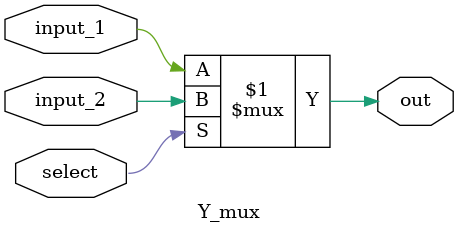
<source format=sv>
module Y_mux(
	
	input input_1, 		//ARd
	input input_2,			//15, for jump
	input	select,        //select
	
	output reg out
);


assign out = select ? input_2 : input_1; // select input based on select value

endmodule
</source>
